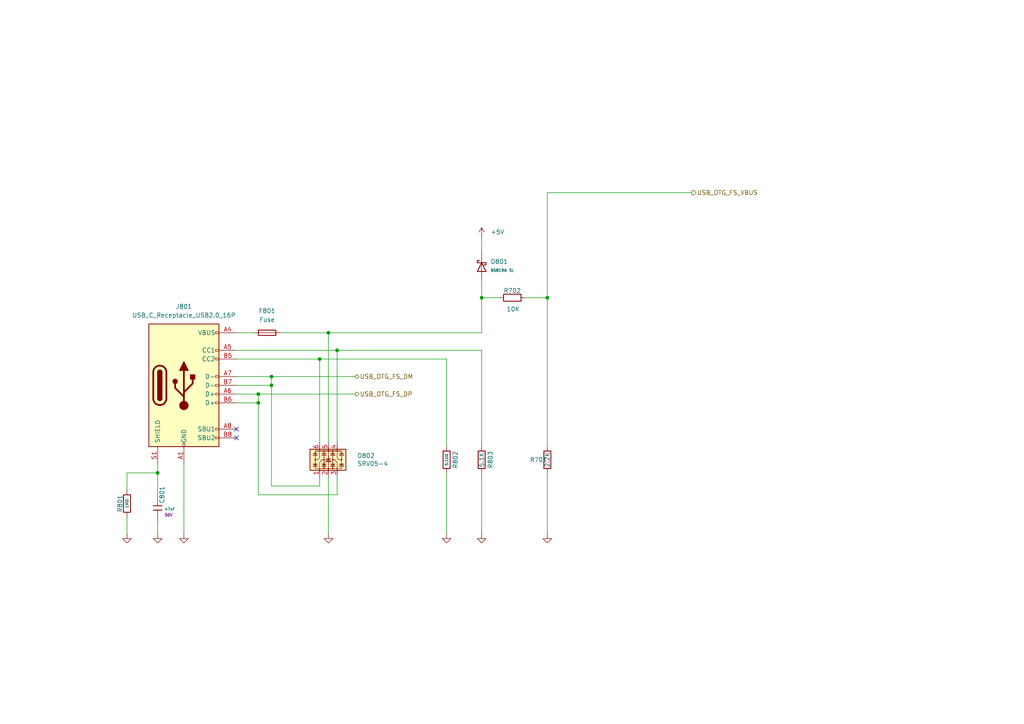
<source format=kicad_sch>
(kicad_sch (version 20250114) (generator "eeschema") (generator_version "9.0")
  (paper "A4")
  (title_block (title "l8"))
  (lib_symbols
    (symbol "Device:R" (pin_numbers (hide yes)) (pin_names (offset 0))
      (property "Reference" "R" (at 2.032 0 90))
      (property "Value" "R" (at 0 0 90))
      (symbol "R_0_1"
        (rectangle (start -1.016 -2.54) (end 1.016 2.54) (stroke (width 0.254)))
      )
      (symbol "R_1_1"
        (pin passive line (at 0 3.81 270) (length 1.27) (name "~") (number "1"))
        (pin passive line (at 0 -3.81 90) (length 1.27) (name "~") (number "2"))
      )
    )
    (symbol "PCM_JLCPCB-Capacitors:0603,47nF" (pin_numbers (hide yes)) (pin_names (offset 0))
      (property "Reference" "C" (at 2.032 1.668 0))
      (property "Value" "47nF" (at 2.032 -0.3782 0))
      (property "Voltage Rated" "50V" (at 2.032 -2.0462 0))
      (symbol "0603,47nF_0_1"
        (polyline (pts (xy -1.27 0.635) (xy 1.27 0.635)) (stroke (width 0.254)))
        (polyline (pts (xy -1.27 -0.635) (xy 1.27 -0.635)) (stroke (width 0.254)))
      )
      (symbol "0603,47nF_1_1"
        (pin passive line (at 0 3.81 270) (length 3.175) (name "~") (number "1"))
        (pin passive line (at 0 -3.81 90) (length 3.175) (name "~") (number "2"))
      )
    )
    (symbol "PCM_JLCPCB-Diodes:Schottky,B5819W SL" (pin_numbers (hide yes)) (pin_names (offset 0))
      (property "Reference" "D" (at 2.032 0.834 0))
      (property "Value" "B5819W SL" (at 2.032 -1.2122 0))
      (symbol "Schottky,B5819W SL_0_1"
        (polyline (pts (xy -1.27 1.27) (xy 0 -1.27) (xy 1.27 1.27) (xy -1.27 1.27)) (stroke (width 0.254)))
        (polyline (pts (xy 0.635 -1.905) (xy 1.27 -1.905) (xy 1.27 -1.27) (xy -1.27 -1.27) (xy -1.27 -0.635) (xy -0.635 -0.635)) (stroke (width 0.254)))
      )
      (symbol "Schottky,B5819W SL_1_1"
        (pin passive line (at 0 3.81 270) (length 3.81) (name "~") (number "2"))
        (pin passive line (at 0 -3.81 90) (length 3.81) (name "~") (number "1"))
      )
    )
    (symbol "PCM_JLCPCB-Resistors:0603,1MΩ" (pin_numbers (hide yes)) (pin_names (offset 0))
      (property "Reference" "R" (at 1.778 0 0))
      (property "Value" "1MΩ" (at 0 0 90))
      (symbol "0603,1MΩ_0_1"
        (rectangle (start -1.016 2.54) (end 1.016 -2.54) (stroke (width 0.254)))
      )
      (symbol "0603,1MΩ_1_1"
        (pin passive line (at 0 3.81 270) (length 1.27) (name "~") (number "1"))
        (pin passive line (at 0 -3.81 90) (length 1.27) (name "~") (number "2"))
      )
    )
    (symbol "PCM_JLCPCB-Resistors:0603,5.1kΩ" (pin_numbers (hide yes)) (pin_names (offset 0))
      (property "Reference" "R" (at 1.778 0 0))
      (property "Value" "5.1kΩ" (at 0 0 90))
      (symbol "0603,5.1kΩ_0_1"
        (rectangle (start -1.016 2.54) (end 1.016 -2.54) (stroke (width 0.254)))
      )
      (symbol "0603,5.1kΩ_1_1"
        (pin passive line (at 0 3.81 270) (length 1.27) (name "~") (number "1"))
        (pin passive line (at 0 -3.81 90) (length 1.27) (name "~") (number "2"))
      )
    )
    (symbol "dnt_global:Fuse_16V_500mA_100A_1A_150mΩ_0805_PTC_Resettable_Fuses_ROHS" (pin_numbers (hide yes)) (pin_names (offset 0))
      (property "Reference" "F1" (at 6.35 0 90))
      (property "Value" "Fuse_16V_500mA_100A_1A_150mΩ_0805_PTC_Resettable_Fuses_ROHS" (at 3.81 0 90))
      (symbol "Fuse_16V_500mA_100A_1A_150mΩ_0805_PTC_Resettable_Fuses_ROHS_0_1"
        (rectangle (start -0.762 -2.54) (end 0.762 2.54) (stroke (width 0.254)))
        (polyline (pts (xy 0 2.54) (xy 0 -2.54)))
      )
      (symbol "Fuse_16V_500mA_100A_1A_150mΩ_0805_PTC_Resettable_Fuses_ROHS_1_1"
        (pin passive line (at 0 3.81 270) (length 1.27) (name "~") (number "1"))
        (pin passive line (at 0 -3.81 90) (length 1.27) (name "~") (number "2"))
      )
    )
    (symbol "dnt_global:NUP4202"
      (property "Reference" "D10" (at 8.382 1.1684 0))
      (property "Value" "SRV05-4" (at 8.382 -1.143 0))
      (symbol "NUP4202_0_1"
        (rectangle (start -5.334 3.048) (end 5.08 -3.048) (stroke (width 0.254)) (fill (type background)))
        (polyline (pts (xy -4.445 1.905) (xy -3.175 1.905)))
        (polyline (pts (xy -4.445 1.27) (xy -3.175 1.27) (xy -3.81 1.905) (xy -4.445 1.27)))
        (polyline (pts (xy -4.445 -1.27) (xy -3.175 -1.27)))
        (polyline (pts (xy -4.445 -1.27) (xy -3.175 -1.27)))
        (polyline (pts (xy -4.445 -1.905) (xy -3.175 -1.905) (xy -3.81 -1.27) (xy -4.445 -1.905)))
        (polyline (pts (xy -3.81 2.54) (xy 3.81 2.54)))
        (polyline (pts (xy -3.81 2.54) (xy 3.81 2.54)))
        (polyline (pts (xy -3.81 0.635) (xy -3.81 2.54)))
        (circle (center -3.81 0) (radius 0.127))
        (circle (center -3.81 0) (radius 0.127))
        (polyline (pts (xy -3.81 -0.635) (xy -3.81 0.635)))
        (polyline (pts (xy -3.81 -2.54) (xy -3.81 -0.635)))
        (polyline (pts (xy -3.81 -2.54) (xy 3.81 -2.54)))
        (polyline (pts (xy -2.54 3.81) (xy -2.54 0.635) (xy -3.048 0) (xy -3.937 0)))
        (polyline (pts (xy -2.54 -3.81) (xy -2.54 -0.762) (xy -1.905 0) (xy -1.27 0)))
        (polyline (pts (xy -1.905 1.905) (xy -0.635 1.905)))
        (polyline (pts (xy -1.905 1.27) (xy -0.635 1.27) (xy -1.27 1.905) (xy -1.905 1.27)))
        (polyline (pts (xy -1.905 -1.27) (xy -0.635 -1.27)))
        (polyline (pts (xy -1.905 -1.27) (xy -0.635 -1.27)))
        (polyline (pts (xy -1.905 -1.905) (xy -0.635 -1.905) (xy -1.27 -1.27) (xy -1.905 -1.905)))
        (circle (center -1.27 2.54) (radius 0.127))
        (circle (center -1.27 2.54) (radius 0.127))
        (polyline (pts (xy -1.27 0.635) (xy -1.27 2.54)))
        (polyline (pts (xy -1.27 0.635) (xy -1.27 -0.635)))
        (circle (center -1.27 0) (radius 0.127))
        (circle (center -1.27 0) (radius 0.127))
        (circle (center -1.27 -2.54) (radius 0.127))
        (circle (center -1.27 -2.54) (radius 0.127))
        (polyline (pts (xy -1.27 -2.54) (xy -1.27 -0.635)))
        (polyline (pts (xy -1.27 -2.54) (xy -1.27 -0.635)))
        (polyline (pts (xy -0.762 -0.508) (xy 0.762 -0.508) (xy 0 0.254) (xy -0.762 -0.508)))
        (polyline (pts (xy -0.762 -0.508) (xy 0.762 -0.508) (xy 0 0.254) (xy -0.762 -0.508)))
        (circle (center 0 2.54) (radius 0.127))
        (circle (center 0 2.54) (radius 0.127))
        (polyline (pts (xy 0 1.016) (xy 0 3.81)))
        (polyline (pts (xy 0 -0.889) (xy 0 1.016)))
        (polyline (pts (xy 0 -0.889) (xy 0 1.016)))
        (polyline (pts (xy 0 -0.889) (xy 0 -3.81)))
        (circle (center 0 -2.54) (radius 0.127))
        (circle (center 0 -2.54) (radius 0.127))
        (polyline (pts (xy 0.635 1.905) (xy 1.905 1.905)))
        (polyline (pts (xy 0.635 1.27) (xy 1.905 1.27) (xy 1.27 1.905) (xy 0.635 1.27)))
        (polyline (pts (xy 0.635 -1.27) (xy 1.905 -1.27)))
        (polyline (pts (xy 0.635 -1.27) (xy 1.905 -1.27)))
        (polyline (pts (xy 0.635 -1.905) (xy 1.905 -1.905) (xy 1.27 -1.27) (xy 0.635 -1.905)))
        (polyline (pts (xy 0.762 0.254) (xy -0.762 0.254) (xy -0.762 0)))
        (circle (center 1.27 2.54) (radius 0.127))
        (circle (center 1.27 2.54) (radius 0.127))
        (polyline (pts (xy 1.27 0.635) (xy 1.27 2.54)))
        (polyline (pts (xy 1.27 0.635) (xy 1.27 -0.635)))
        (circle (center 1.27 0) (radius 0.127))
        (circle (center 1.27 0) (radius 0.127))
        (polyline (pts (xy 1.27 -2.54) (xy 1.27 -0.635)))
        (polyline (pts (xy 1.27 -2.54) (xy 1.27 -0.635)))
        (circle (center 1.27 -2.54) (radius 0.127))
        (circle (center 1.27 -2.54) (radius 0.127))
        (polyline (pts (xy 2.54 3.81) (xy 2.54 0.508) (xy 2.921 0) (xy 3.81 0)))
        (polyline (pts (xy 2.54 -3.81) (xy 2.54 -0.762) (xy 1.905 0) (xy 1.143 0)))
        (polyline (pts (xy 3.175 1.905) (xy 4.445 1.905)))
        (polyline (pts (xy 3.175 1.27) (xy 4.445 1.27) (xy 3.81 1.905) (xy 3.175 1.27)))
        (polyline (pts (xy 3.175 -1.27) (xy 4.445 -1.27)))
        (polyline (pts (xy 3.175 -1.27) (xy 4.445 -1.27)))
        (polyline (pts (xy 3.175 -1.905) (xy 4.445 -1.905) (xy 3.81 -1.27) (xy 3.175 -1.905)))
        (polyline (pts (xy 3.81 0.635) (xy 3.81 2.54)))
        (polyline (pts (xy 3.81 0.635) (xy 3.81 -0.635)))
        (circle (center 3.81 0) (radius 0.127))
        (circle (center 3.81 0) (radius 0.127))
        (polyline (pts (xy 3.81 -2.54) (xy 3.81 -0.635)))
      )
      (symbol "NUP4202_1_1"
        (pin passive line (at -2.54 5.08 270) (length 2.54) (name "~") (number "6"))
        (pin passive line (at -2.54 -5.08 90) (length 2.54) (name "~") (number "1"))
        (pin passive line (at 0 5.08 270) (length 2.54) (name "~") (number "5"))
        (pin passive line (at 0 -5.08 90) (length 2.54) (name "~") (number "2"))
        (pin passive line (at 2.54 5.08 270) (length 2.54) (name "~") (number "4"))
        (pin passive line (at 2.54 -5.08 90) (length 2.54) (name "~") (number "3"))
      )
    )
    (symbol "dnt_global:USB_C_Receptacle_USB2.0_16P-GT-USB-7051A" (pin_names (offset 1.016))
      (property "Reference" "J" (at 0 22.225 0))
      (property "Value" "USB_C_Receptacle_USB2.0_16P-GT-USB-7051A" (at 0 19.685 0))
      (symbol "USB_C_Receptacle_USB2.0_16P-GT-USB-7051A_0_0"
        (rectangle (start -0.254 -17.78) (end 0.254 -16.764))
        (rectangle (start 10.16 15.494) (end 9.144 14.986))
        (rectangle (start 10.16 10.414) (end 9.144 9.906))
        (rectangle (start 10.16 7.874) (end 9.144 7.366))
        (rectangle (start 10.16 2.794) (end 9.144 2.286))
        (rectangle (start 10.16 0.254) (end 9.144 -0.254))
        (rectangle (start 10.16 -2.286) (end 9.144 -2.794))
        (rectangle (start 10.16 -4.826) (end 9.144 -5.334))
        (rectangle (start 10.16 -12.446) (end 9.144 -12.954))
        (rectangle (start 10.16 -14.986) (end 9.144 -15.494))
      )
      (symbol "USB_C_Receptacle_USB2.0_16P-GT-USB-7051A_0_1"
        (rectangle (start -10.16 17.78) (end 10.16 -17.78) (stroke (width 0.254)) (fill (type background)))
        (polyline (pts (xy -8.89 -3.81) (xy -8.89 3.81)) (stroke (width 0.508)))
        (rectangle (start -7.62 -3.81) (end -6.35 3.81) (stroke (width 0.254)) (fill (type outline)))
        (arc (start -7.62 3.81) (mid -6.985 4.4423) (end -6.35 3.81) (stroke (width 0.254)))
        (arc (start -7.62 3.81) (mid -6.985 4.4423) (end -6.35 3.81) (stroke (width 0.254)) (fill (type outline)))
        (arc (start -8.89 3.81) (mid -6.985 5.7067) (end -5.08 3.81) (stroke (width 0.508)))
        (arc (start -5.08 -3.81) (mid -6.985 -5.7067) (end -8.89 -3.81) (stroke (width 0.508)))
        (arc (start -6.35 -3.81) (mid -6.985 -4.4423) (end -7.62 -3.81) (stroke (width 0.254)))
        (arc (start -6.35 -3.81) (mid -6.985 -4.4423) (end -7.62 -3.81) (stroke (width 0.254)) (fill (type outline)))
        (polyline (pts (xy -5.08 3.81) (xy -5.08 -3.81)) (stroke (width 0.508)))
        (circle (center -2.54 1.143) (radius 0.635) (stroke (width 0.254)) (fill (type outline)))
        (polyline (pts (xy -1.27 4.318) (xy 0 6.858) (xy 1.27 4.318) (xy -1.27 4.318)) (stroke (width 0.254)) (fill (type outline)))
        (polyline (pts (xy 0 -2.032) (xy 2.54 0.508) (xy 2.54 1.778)) (stroke (width 0.508)))
        (polyline (pts (xy 0 -3.302) (xy -2.54 -0.762) (xy -2.54 0.508)) (stroke (width 0.508)))
        (polyline (pts (xy 0 -5.842) (xy 0 4.318)) (stroke (width 0.508)))
        (circle (center 0 -5.842) (radius 1.27) (fill (type outline)))
        (rectangle (start 1.905 1.778) (end 3.175 3.048) (stroke (width 0.254)) (fill (type outline)))
      )
      (symbol "USB_C_Receptacle_USB2.0_16P-GT-USB-7051A_1_1"
        (pin passive line (at -7.62 -22.86 90) (length 5.08) (name "SHIELD") (number "S1"))
        (pin passive line (at 0 -22.86 90) (length 5.08) (name "GND") (number "A1"))
        (pin passive line (at 0 -22.86 90) (length 5.08) (hide yes) (name "GND") (number "A12"))
        (pin passive line (at 0 -22.86 90) (length 5.08) (hide yes) (name "GND") (number "B1"))
        (pin passive line (at 0 -22.86 90) (length 5.08) (hide yes) (name "GND") (number "B12"))
        (pin passive line (at 15.24 15.24 180) (length 5.08) (name "VBUS") (number "A4"))
        (pin passive line (at 15.24 15.24 180) (length 5.08) (hide yes) (name "VBUS") (number "A9"))
        (pin passive line (at 15.24 15.24 180) (length 5.08) (hide yes) (name "VBUS") (number "B4"))
        (pin passive line (at 15.24 15.24 180) (length 5.08) (hide yes) (name "VBUS") (number "B9"))
        (pin bidirectional line (at 15.24 10.16 180) (length 5.08) (name "CC1") (number "A5"))
        (pin bidirectional line (at 15.24 7.62 180) (length 5.08) (name "CC2") (number "B5"))
        (pin bidirectional line (at 15.24 2.54 180) (length 5.08) (name "D-") (number "A7"))
        (pin bidirectional line (at 15.24 0 180) (length 5.08) (name "D-") (number "B7"))
        (pin bidirectional line (at 15.24 -2.54 180) (length 5.08) (name "D+") (number "A6"))
        (pin bidirectional line (at 15.24 -5.08 180) (length 5.08) (name "D+") (number "B6"))
        (pin bidirectional line (at 15.24 -12.7 180) (length 5.08) (name "SBU1") (number "A8"))
        (pin bidirectional line (at 15.24 -15.24 180) (length 5.08) (name "SBU2") (number "B8"))
      )
    )
    (symbol "power:+5V" (power) (pin_numbers (hide yes)) (pin_names (offset 0) (hide yes))
      (property "Value" "+5V" (at 0 3.556 0))
      (symbol "+5V_0_1"
        (polyline (pts (xy -0.762 1.27) (xy 0 2.54)))
        (polyline (pts (xy 0 2.54) (xy 0.762 1.27)))
        (polyline (pts (xy 0 0) (xy 0 2.54)))
      )
      (symbol "+5V_1_1"
        (pin power_in line (at 0 0 90) (length 0) (name "~") (number "1"))
      )
    )
    (symbol "power:GND" (power) (pin_numbers (hide yes)) (pin_names (offset 0) (hide yes))
      (property "Value" "GND" (at 0 -3.81 0))
      (symbol "GND_0_1"
        (polyline (pts (xy 0 0) (xy 0 -1.27) (xy 1.27 -1.27) (xy 0 -2.54) (xy -1.27 -1.27) (xy 0 -1.27)))
      )
      (symbol "GND_1_1"
        (pin power_in line (at 0 0 270) (length 0) (name "~") (number "1"))
      )
    )
  )
  (junction (at 74.93 114.3))
  (junction (at 92.71 104.14))
  (junction (at 97.79 101.6))
  (junction (at 95.25 96.52))
  (junction (at 78.74 111.76))
  (junction (at 74.93 116.84))
  (junction (at 158.75 86.36))
  (junction (at 139.7 86.36))
  (junction (at 45.72 137.16))
  (junction (at 78.74 109.22))
  (no_connect (at 68.58 124.46))
  (no_connect (at 68.58 127))
  (wire (pts (xy 152.4 86.36) (xy 158.75 86.36)))
  (wire (pts (xy 158.75 55.88) (xy 158.75 86.36)))
  (wire (pts (xy 74.93 114.3) (xy 74.93 116.84)))
  (wire (pts (xy 68.58 104.14) (xy 92.71 104.14)))
  (wire (pts (xy 95.25 96.52) (xy 95.25 128.27)))
  (wire (pts (xy 36.83 137.16) (xy 36.83 142.24)))
  (wire (pts (xy 97.79 143.51) (xy 74.93 143.51)))
  (wire (pts (xy 68.58 111.76) (xy 78.74 111.76)))
  (wire (pts (xy 74.93 116.84) (xy 74.93 143.51)))
  (wire (pts (xy 53.34 134.62) (xy 53.34 154.94)))
  (wire (pts (xy 97.79 101.6) (xy 97.79 128.27)))
  (wire (pts (xy 139.7 137.16) (xy 139.7 154.94)))
  (wire (pts (xy 92.71 138.43) (xy 92.71 140.97)))
  (wire (pts (xy 45.72 134.62) (xy 45.72 137.16)))
  (wire (pts (xy 139.7 86.36) (xy 139.7 96.52)))
  (wire (pts (xy 74.93 114.3) (xy 102.87 114.3)))
  (wire (pts (xy 92.71 104.14) (xy 129.54 104.14)))
  (wire (pts (xy 68.58 109.22) (xy 78.74 109.22)))
  (wire (pts (xy 139.7 101.6) (xy 139.7 129.54)))
  (wire (pts (xy 139.7 86.36) (xy 144.78 86.36)))
  (wire (pts (xy 129.54 137.16) (xy 129.54 154.94)))
  (wire (pts (xy 139.7 81.28) (xy 139.7 86.36)))
  (wire (pts (xy 78.74 109.22) (xy 78.74 111.76)))
  (wire (pts (xy 139.7 68.58) (xy 139.7 73.66)))
  (wire (pts (xy 129.54 104.14) (xy 129.54 129.54)))
  (wire (pts (xy 45.72 151.13) (xy 45.72 154.94)))
  (wire (pts (xy 97.79 138.43) (xy 97.79 143.51)))
  (wire (pts (xy 92.71 128.27) (xy 92.71 104.14)))
  (wire (pts (xy 45.72 137.16) (xy 45.72 143.51)))
  (wire (pts (xy 78.74 109.22) (xy 102.87 109.22)))
  (wire (pts (xy 158.75 55.88) (xy 200.66 55.88)))
  (wire (pts (xy 36.83 149.86) (xy 36.83 154.94)))
  (wire (pts (xy 92.71 140.97) (xy 78.74 140.97)))
  (wire (pts (xy 68.58 114.3) (xy 74.93 114.3)))
  (wire (pts (xy 36.83 137.16) (xy 45.72 137.16)))
  (wire (pts (xy 68.58 96.52) (xy 73.66 96.52)))
  (wire (pts (xy 68.58 116.84) (xy 74.93 116.84)))
  (wire (pts (xy 95.25 96.52) (xy 139.7 96.52)))
  (wire (pts (xy 78.74 111.76) (xy 78.74 140.97)))
  (wire (pts (xy 95.25 138.43) (xy 95.25 154.94)))
  (wire (pts (xy 158.75 154.94) (xy 158.75 137.16)))
  (wire (pts (xy 158.75 86.36) (xy 158.75 129.54)))
  (wire (pts (xy 68.58 101.6) (xy 97.79 101.6)))
  (wire (pts (xy 81.28 96.52) (xy 95.25 96.52)))
  (wire (pts (xy 97.79 101.6) (xy 139.7 101.6)))
  (hierarchical_label "USB_OTG_FS_DP" (shape bidirectional) (at 102.87 114.3 0))
  (hierarchical_label "USB_OTG_FS_VBUS" (shape output) (at 200.66 55.88 0))
  (hierarchical_label "USB_OTG_FS_DM" (shape bidirectional) (at 102.87 109.22 0))
  (symbol (lib_id "dnt_global:NUP4202") (at 95.25 133.35 0) (unit 1)
    (property "Reference" "D802" (at 103.632 132.1816 0) (effects (justify left)))
    (property "Value" "SRV05-4" (at 103.632 134.493 0) (effects (justify left)))
    (property "Footprint" "Package_TO_SOT_SMD:SOT-23-6" (effects (hide yes)))
    (property "Datasheet" "http://www.onsemi.com/pub_link/Collateral/NUP4202W1-D.PDF" (effects (hide yes)))
    (property "Description" "4.5A@8/20us 12V 60W@8/20us 9V SOT-23-6 TVS Diodes ROHS" (effects (hide yes)))
    (property "LCSC" "C2836319" (effects (hide yes)))
    (property "JLCPCB Rotation Offset" "90" (effects (hide yes)))
  )
  (symbol (lib_id "dnt_global:Fuse_16V_500mA_100A_1A_150mΩ_0805_PTC_Resettable_Fuses_ROHS") (at 77.47 96.52 90) (unit 1)
    (property "Reference" "F801" (at 77.47 90.17 90))
    (property "Value" "Fuse" (at 77.47 92.71 90))
    (property "Footprint" "Fuse:Fuse_0805_2012Metric" (effects (hide yes)))
    (property "Description" "Fuse" (effects (hide yes)))
    (property "LCSC" "C2833485" (effects (hide yes)))
  )
  (symbol (lib_id "power:GND") (at 36.83 154.94 0) (unit 1)
    (property "Reference" "#PWR0801" (effects (hide yes)))
    (property "Value" "GND" (effects (hide yes)))
    (property "Description" "Power symbol creates a global label with name \"GND\" , ground" (effects (hide yes)))
  )
  (symbol (lib_id "Device:R") (at 158.75 133.35 180) (unit 1)
    (property "Reference" "R701" (at 156.21 133.35 0))
    (property "Value" "2.2K" (at 158.75 133.35 90))
    (property "Footprint" "Resistor_SMD:R_0603_1608Metric" (effects (hide yes)))
    (property "Description" "Resistor" (effects (hide yes)))
    (property "LCSC" "C4190" (effects (hide yes)))
  )
  (symbol (lib_id "power:GND") (at 158.75 154.94 0) (unit 1)
    (property "Reference" "#PWR0808" (effects (hide yes)))
    (property "Value" "GND" (effects (hide yes)))
    (property "Description" "Power symbol creates a global label with name \"GND\" , ground" (effects (hide yes)))
  )
  (symbol (lib_id "power:GND") (at 45.72 154.94 0) (unit 1)
    (property "Reference" "#PWR0802" (effects (hide yes)))
    (property "Value" "GND" (effects (hide yes)))
    (property "Description" "Power symbol creates a global label with name \"GND\" , ground" (effects (hide yes)))
  )
  (symbol (lib_id "PCM_JLCPCB-Resistors:0603,1MΩ") (at 36.83 146.05 0) (mirror y) (unit 1)
    (property "Reference" "R801" (at 34.798 146.05 90))
    (property "Value" "1MΩ" (at 36.83 146.05 90) (effects (font (size 0.8 0.8))))
    (property "Footprint" "PCM_JLCPCB:R_0603" (effects (hide yes)))
    (property "Datasheet" "https://www.lcsc.com/datasheet/lcsc_datasheet_2206010130_UNI-ROYAL-Uniroyal-Elec-0603WAF1004T5E_C22935.pdf" (effects (hide yes)))
    (property "Description" "100mW Thick Film Resistors 75V ±100ppm/°C ±1% 1MΩ 0603 Chip Resistor - Surface Mount ROHS" (effects (hide yes)))
    (property "LCSC" "C22935" (effects (hide yes)))
    (property "Stock" "3961571" (effects (hide yes)))
    (property "Price" "0.004USD" (effects (hide yes)))
    (property "Process" "SMT" (effects (hide yes)))
    (property "Minimum Qty" "20" (effects (hide yes)))
    (property "Attrition Qty" "10" (effects (hide yes)))
    (property "Class" "Basic Component" (effects (hide yes)))
    (property "Category" "Resistors,Chip Resistor - Surface Mount" (effects (hide yes)))
    (property "Manufacturer" "UNI-ROYAL(Uniroyal Elec)" (effects (hide yes)))
    (property "Part" "0603WAF1004T5E" (effects (hide yes)))
    (property "Resistance" "1MΩ" (effects (hide yes)))
    (property "Power(Watts)" "100mW" (effects (hide yes)))
    (property "Type" "Thick Film Resistors" (effects (hide yes)))
    (property "Overload Voltage (Max)" "75V" (effects (hide yes)))
    (property "Operating Temperature Range" "-55°C~+155°C" (effects (hide yes)))
    (property "Tolerance" "±1%" (effects (hide yes)))
    (property "Temperature Coefficient" "±100ppm/°C" (effects (hide yes)))
  )
  (symbol (lib_id "PCM_JLCPCB-Resistors:0603,5.1kΩ") (at 129.54 133.35 0) (mirror x) (unit 1)
    (property "Reference" "R802" (at 132.08 133.35 90))
    (property "Value" "5.1kΩ" (at 129.54 133.35 90) (effects (font (size 0.8 0.8))))
    (property "Footprint" "PCM_JLCPCB:R_0603" (effects (hide yes)))
    (property "Datasheet" "https://www.lcsc.com/datasheet/lcsc_datasheet_2206010116_UNI-ROYAL-Uniroyal-Elec-0603WAF5101T5E_C23186.pdf" (effects (hide yes)))
    (property "Description" "100mW Thick Film Resistors 75V ±100ppm/°C ±1% 5.1kΩ 0603 Chip Resistor - Surface Mount ROHS" (effects (hide yes)))
    (property "LCSC" "C23186" (effects (hide yes)))
    (property "Stock" "9223405" (effects (hide yes)))
    (property "Price" "0.004USD" (effects (hide yes)))
    (property "Process" "SMT" (effects (hide yes)))
    (property "Minimum Qty" "20" (effects (hide yes)))
    (property "Attrition Qty" "10" (effects (hide yes)))
    (property "Class" "Basic Component" (effects (hide yes)))
    (property "Category" "Resistors,Chip Resistor - Surface Mount" (effects (hide yes)))
    (property "Manufacturer" "UNI-ROYAL(Uniroyal Elec)" (effects (hide yes)))
    (property "Part" "0603WAF5101T5E" (effects (hide yes)))
    (property "Resistance" "5.1kΩ" (effects (hide yes)))
    (property "Power(Watts)" "100mW" (effects (hide yes)))
    (property "Type" "Thick Film Resistors" (effects (hide yes)))
    (property "Overload Voltage (Max)" "75V" (effects (hide yes)))
    (property "Operating Temperature Range" "-55°C~+155°C" (effects (hide yes)))
    (property "Tolerance" "±1%" (effects (hide yes)))
    (property "Temperature Coefficient" "±100ppm/°C" (effects (hide yes)))
  )
  (symbol (lib_id "Device:R") (at 148.59 86.36 270) (mirror x) (unit 1)
    (property "Reference" "R702" (at 148.59 84.328 90))
    (property "Value" "10K" (at 148.844 89.662 90))
    (property "Footprint" "Resistor_SMD:R_0603_1608Metric" (effects (hide yes)))
    (property "Description" "Resistor" (effects (hide yes)))
    (property "LCSC" "C25804" (effects (hide yes)))
  )
  (symbol (lib_id "PCM_JLCPCB-Diodes:Schottky,B5819W SL") (at 139.7 77.47 180) (unit 1)
    (property "Reference" "D801" (at 142.24 75.8824 0) (effects (justify right)))
    (property "Value" "B5819W SL" (at 142.24 78.4225 0) (effects (font (size 0.8 0.8)) (justify right)))
    (property "Footprint" "PCM_JLCPCB:D_SOD-123" (effects (hide yes)))
    (property "Datasheet" "https://www.lcsc.com/datasheet/lcsc_datasheet_2304140030_Jiangsu-Changjing-Electronics-Technology-Co---Ltd--B5819W-SL_C8598.pdf" (effects (hide yes)))
    (property "Description" "40V 600mV@1A 1A SOD-123 Schottky Diodes ROHS" (effects (hide yes)))
    (property "LCSC" "C8598" (effects (hide yes)))
    (property "Stock" "668909" (effects (hide yes)))
    (property "Price" "0.024USD" (effects (hide yes)))
    (property "Process" "SMT" (effects (hide yes)))
    (property "Minimum Qty" "20" (effects (hide yes)))
    (property "Attrition Qty" "8" (effects (hide yes)))
    (property "Class" "Basic Component" (effects (hide yes)))
    (property "Category" "Diodes,Schottky Barrier Diodes (SBD)" (effects (hide yes)))
    (property "Manufacturer" "Changjiang Electronics Tech (CJ)" (effects (hide yes)))
    (property "Part" "B5819W SL" (effects (hide yes)))
    (property "Rectified Current" "1A" (effects (hide yes)))
    (property "Forward Voltage (Vf@If)" "600mV@1A" (effects (hide yes)))
    (property "Reverse Voltage (Vr)" "40V" (effects (hide yes)))
  )
  (symbol (lib_id "power:+5V") (at 139.7 68.58 0) (unit 1)
    (property "Reference" "#PWR0804" (effects (hide yes)))
    (property "Value" "+5V" (at 142.24 67.3099 0) (effects (justify left)))
    (property "Description" "Power symbol creates a global label with name \"+5V\"" (effects (hide yes)))
  )
  (symbol (lib_id "power:GND") (at 95.25 154.94 0) (unit 1)
    (property "Reference" "#PWR0805" (effects (hide yes)))
    (property "Value" "GND" (effects (hide yes)))
    (property "Description" "Power symbol creates a global label with name \"GND\" , ground" (effects (hide yes)))
  )
  (symbol (lib_id "Device:R") (at 139.7 133.35 0) (mirror x) (unit 1)
    (property "Reference" "R803" (at 142.24 133.35 90))
    (property "Value" "5.1K" (at 139.7 133.35 90))
    (property "Footprint" "PCM_JLCPCB:R_0603" (effects (hide yes)))
    (property "Datasheet" "https://www.lcsc.com/datasheet/lcsc_datasheet_2206010116_UNI-ROYAL-Uniroyal-Elec-0603WAF5101T5E_C23186.pdf" (effects (hide yes)))
    (property "Description" "Resistor" (effects (hide yes)))
    (property "LCSC" "C23186" (effects (hide yes)))
  )
  (symbol (lib_id "dnt_global:USB_C_Receptacle_USB2.0_16P-GT-USB-7051A") (at 53.34 111.76 0) (unit 1)
    (property "Reference" "J801" (at 53.34 88.9 0))
    (property "Value" "USB_C_Receptacle_USB2.0_16P" (at 53.34 91.44 0))
    (property "Footprint" "Connector_USB:USB_C_Receptacle_G-Switch_GT-USB-7051x" (effects (hide yes)))
    (property "Datasheet" "https://jlcpcb.com/api/file/downloadByFileSystemAccessId/8588944427586342912" (effects (hide yes)))
    (property "Description" "USB 2.0-only 16P Type-C Receptacle connector" (effects (hide yes)))
    (property "LCSC" "C2843970" (effects (hide yes)))
  )
  (symbol (lib_id "power:GND") (at 139.7 154.94 0) (unit 1)
    (property "Reference" "#PWR0807" (effects (hide yes)))
    (property "Value" "GND" (effects (hide yes)))
    (property "Description" "Power symbol creates a global label with name \"GND\" , ground" (effects (hide yes)))
  )
  (symbol (lib_id "power:GND") (at 129.54 154.94 0) (unit 1)
    (property "Reference" "#PWR0806" (effects (hide yes)))
    (property "Value" "GND" (effects (hide yes)))
    (property "Description" "Power symbol creates a global label with name \"GND\" , ground" (effects (hide yes)))
  )
  (symbol (lib_id "PCM_JLCPCB-Capacitors:0603,47nF") (at 45.72 147.32 0) (unit 1)
    (property "Reference" "C801" (at 46.99 146.05 90) (effects (justify left)))
    (property "Value" "47nF" (at 47.752 147.6982 0) (effects (font (size 0.8 0.8)) (justify left)))
    (property "Footprint" "PCM_JLCPCB:C_0603" (effects (hide yes)))
    (property "Datasheet" "https://www.lcsc.com/datasheet/lcsc_datasheet_2304140030_Samsung-Electro-Mechanics-CL10B473KB8NNNC_C1622.pdf" (effects (hide yes)))
    (property "Description" "50V 47nF X7R ±10% 0603 Multilayer Ceramic Capacitors MLCC - SMD/SMT ROHS" (effects (hide yes)))
    (property "LCSC" "C1622" (effects (hide yes)))
    (property "Stock" "366842" (effects (hide yes)))
    (property "Price" "0.008USD" (effects (hide yes)))
    (property "Process" "SMT" (effects (hide yes)))
    (property "Minimum Qty" "20" (effects (hide yes)))
    (property "Attrition Qty" "10" (effects (hide yes)))
    (property "Class" "Basic Component" (effects (hide yes)))
    (property "Category" "Capacitors,Multilayer Ceramic Capacitors MLCC - SMD/SMT" (effects (hide yes)))
    (property "Manufacturer" "Samsung Electro-Mechanics" (effects (hide yes)))
    (property "Part" "CL10B473KB8NNNC" (effects (hide yes)))
    (property "Voltage Rated" "50V" (at 47.752 149.3662 0) (effects (font (size 0.8 0.8)) (justify left)))
    (property "Tolerance" "±10%" (effects (hide yes)))
    (property "Capacitance" "47nF" (effects (hide yes)))
    (property "Temperature Coefficient" "X7R" (effects (hide yes)))
  )
  (symbol (lib_id "power:GND") (at 53.34 154.94 0) (unit 1)
    (property "Reference" "#PWR0803" (effects (hide yes)))
    (property "Value" "GND" (effects (hide yes)))
    (property "Description" "Power symbol creates a global label with name \"GND\" , ground" (effects (hide yes)))
  )
)
</source>
